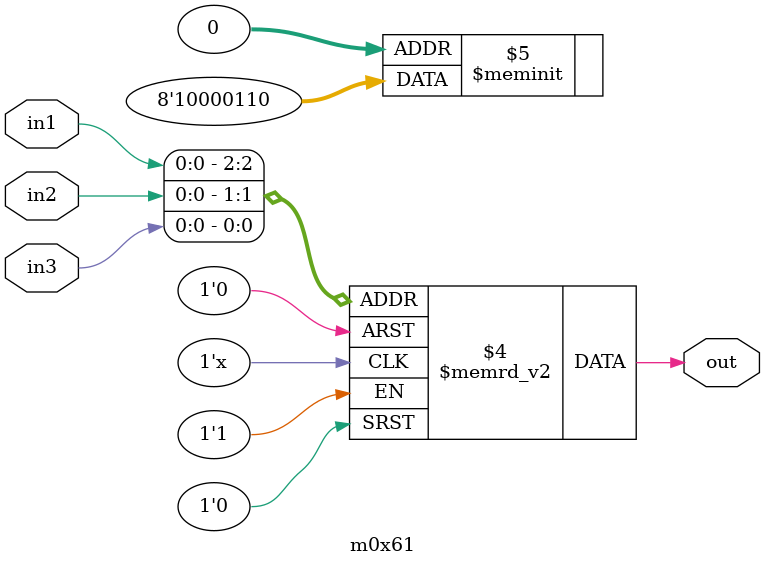
<source format=v>
module m0x61(output out, input in1, in2, in3);

   always @(in1, in2, in3)
     begin
        case({in1, in2, in3})
          3'b000: {out} = 1'b0;
          3'b001: {out} = 1'b1;
          3'b010: {out} = 1'b1;
          3'b011: {out} = 1'b0;
          3'b100: {out} = 1'b0;
          3'b101: {out} = 1'b0;
          3'b110: {out} = 1'b0;
          3'b111: {out} = 1'b1;
        endcase // case ({in1, in2, in3})
     end // always @ (in1, in2, in3)

endmodule // m0x61
</source>
